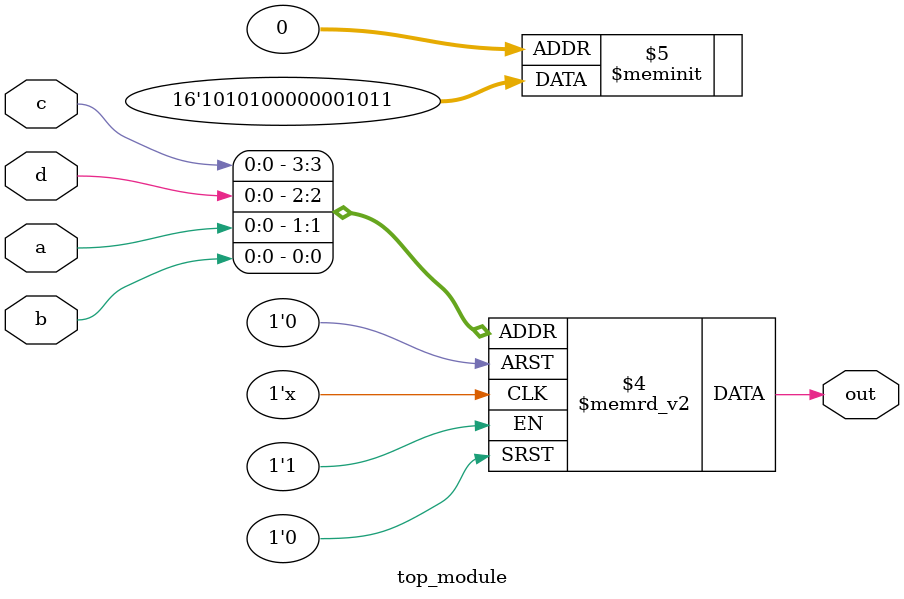
<source format=sv>
module top_module (
    input a,
    input b,
    input c,
    input d,
    output reg out
);

always @(*) begin
    case ({c, d, a, b})
        4'b0001, 4'b0011, 4'b1011, 4'b1111, 4'b1101: out = 1;
        4'b0000: out = 1;
        4'b0010, 4'b0110, 4'b1010, 4'b1110: out = 0;
        4'b0100, 4'b0101: out = 0; // Don't care cases
        default: out = 0;
    endcase
end

endmodule

</source>
